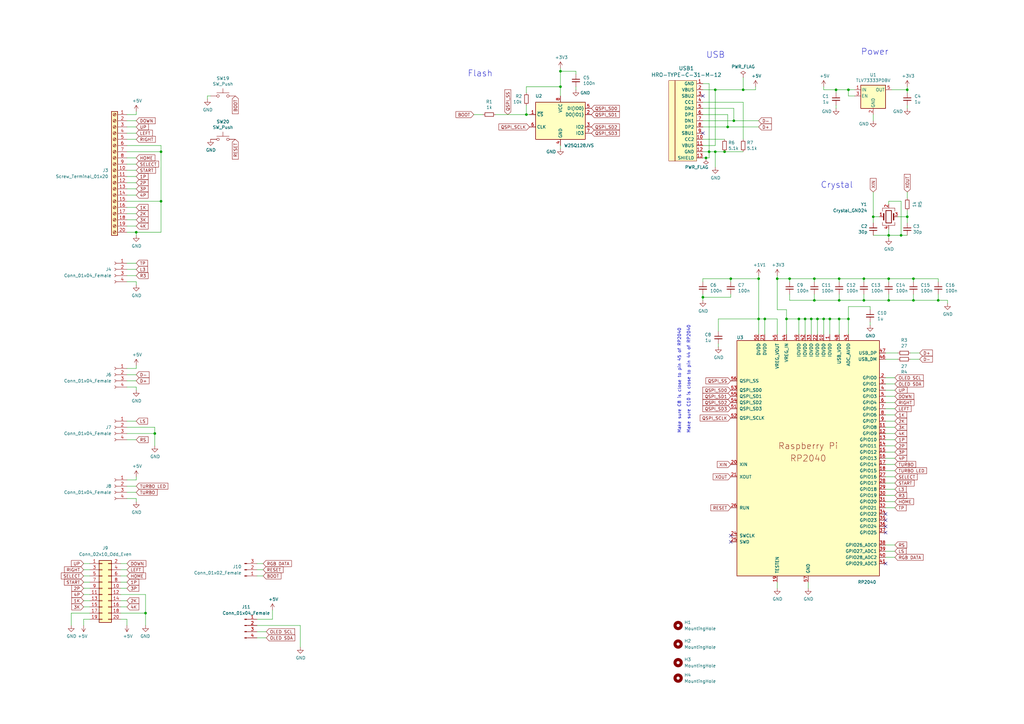
<source format=kicad_sch>
(kicad_sch (version 20211123) (generator eeschema)
  (paper "A3")
  (junction (at 364.49 123.19))
  (junction (at 288.29 121.92))
  (junction (at 293.37 62.23))
  (junction (at 372.11 88.9))
  (junction (at 63.5 177.8))
  (junction (at 304.8 36.83))
  (junction (at 322.58 130.81))
  (junction (at 344.17 130.81))
  (junction (at 298.45 52.07))
  (junction (at 347.98 130.81))
  (junction (at 229.87 35.56))
  (junction (at 55.88 95.25))
  (junction (at 293.37 36.83))
  (junction (at 300.99 49.53))
  (junction (at 327.66 130.81))
  (junction (at 344.17 114.3))
  (junction (at 364.49 114.3))
  (junction (at 66.04 82.55))
  (junction (at 358.14 88.9))
  (junction (at 354.33 114.3))
  (junction (at 313.69 130.81))
  (junction (at 311.15 130.81))
  (junction (at 334.01 114.3))
  (junction (at 318.77 114.3))
  (junction (at 344.17 123.19))
  (junction (at 342.9 36.83))
  (junction (at 372.11 36.83))
  (junction (at 374.65 123.19))
  (junction (at 334.01 123.19))
  (junction (at 59.69 251.46))
  (junction (at 332.74 130.81))
  (junction (at 229.87 29.21))
  (junction (at 374.65 114.3))
  (junction (at 299.72 114.3))
  (junction (at 347.98 36.83))
  (junction (at 335.28 130.81))
  (junction (at 337.82 130.81))
  (junction (at 330.2 130.81))
  (junction (at 384.81 123.19))
  (junction (at 323.85 114.3))
  (junction (at 354.33 123.19))
  (junction (at 215.9 46.99))
  (junction (at 289.56 64.77))
  (junction (at 290.83 62.23))
  (junction (at 369.57 96.52))
  (junction (at 311.15 114.3))
  (junction (at 66.04 62.23))
  (junction (at 364.49 96.52))
  (junction (at 340.36 130.81))
  (junction (at 297.18 62.23))
  (no_connect (at 299.72 222.25))
  (no_connect (at 363.22 213.36))
  (no_connect (at 299.72 219.71))
  (no_connect (at 288.29 54.61))
  (no_connect (at 363.22 231.14))
  (no_connect (at 288.29 39.37))
  (no_connect (at 363.22 218.44))
  (no_connect (at 363.22 210.82))
  (no_connect (at 363.22 215.9))
  (wire (pts (xy 384.81 123.19) (xy 388.62 123.19)))
  (wire (pts (xy 215.9 38.1) (xy 215.9 35.56)))
  (wire (pts (xy 337.82 36.83) (xy 342.9 36.83)))
  (wire (pts (xy 52.07 72.39) (xy 55.88 72.39)))
  (wire (pts (xy 335.28 137.16) (xy 335.28 130.81)))
  (wire (pts (xy 354.33 114.3) (xy 364.49 114.3)))
  (wire (pts (xy 372.11 36.83) (xy 372.11 38.1)))
  (wire (pts (xy 49.53 254) (xy 52.07 254)))
  (wire (pts (xy 52.07 180.34) (xy 55.88 180.34)))
  (wire (pts (xy 203.2 46.99) (xy 215.9 46.99)))
  (wire (pts (xy 363.22 203.2) (xy 367.03 203.2)))
  (wire (pts (xy 347.98 125.73) (xy 356.87 125.73)))
  (wire (pts (xy 52.07 172.72) (xy 55.88 172.72)))
  (wire (pts (xy 311.15 130.81) (xy 311.15 137.16)))
  (wire (pts (xy 354.33 123.19) (xy 364.49 123.19)))
  (wire (pts (xy 49.53 231.14) (xy 52.07 231.14)))
  (wire (pts (xy 52.07 57.15) (xy 55.88 57.15)))
  (wire (pts (xy 34.29 241.3) (xy 36.83 241.3)))
  (wire (pts (xy 298.45 46.99) (xy 298.45 52.07)))
  (wire (pts (xy 364.49 82.55) (xy 369.57 82.55)))
  (wire (pts (xy 107.95 236.22) (xy 105.41 236.22)))
  (wire (pts (xy 304.8 62.23) (xy 297.18 62.23)))
  (wire (pts (xy 52.07 69.85) (xy 55.88 69.85)))
  (wire (pts (xy 52.07 87.63) (xy 55.88 87.63)))
  (wire (pts (xy 34.29 243.84) (xy 36.83 243.84)))
  (wire (pts (xy 52.07 254) (xy 52.07 256.54)))
  (wire (pts (xy 52.07 201.93) (xy 55.88 201.93)))
  (wire (pts (xy 334.01 115.57) (xy 334.01 114.3)))
  (wire (pts (xy 52.07 175.26) (xy 63.5 175.26)))
  (wire (pts (xy 288.29 46.99) (xy 298.45 46.99)))
  (wire (pts (xy 347.98 125.73) (xy 347.98 130.81)))
  (wire (pts (xy 322.58 130.81) (xy 322.58 127)))
  (wire (pts (xy 332.74 130.81) (xy 335.28 130.81)))
  (wire (pts (xy 363.22 205.74) (xy 367.03 205.74)))
  (wire (pts (xy 327.66 137.16) (xy 327.66 130.81)))
  (wire (pts (xy 215.9 35.56) (xy 229.87 35.56)))
  (wire (pts (xy 52.07 64.77) (xy 55.88 64.77)))
  (wire (pts (xy 332.74 137.16) (xy 332.74 130.81)))
  (wire (pts (xy 358.14 96.52) (xy 364.49 96.52)))
  (wire (pts (xy 290.83 64.77) (xy 289.56 64.77)))
  (wire (pts (xy 105.41 256.54) (xy 123.19 256.54)))
  (wire (pts (xy 55.88 115.57) (xy 55.88 116.84)))
  (wire (pts (xy 66.04 95.25) (xy 55.88 95.25)))
  (wire (pts (xy 330.2 130.81) (xy 332.74 130.81)))
  (wire (pts (xy 55.88 196.85) (xy 55.88 195.58)))
  (wire (pts (xy 85.09 39.37) (xy 86.36 39.37)))
  (wire (pts (xy 323.85 120.65) (xy 323.85 123.19)))
  (wire (pts (xy 372.11 43.18) (xy 372.11 44.45)))
  (wire (pts (xy 356.87 132.08) (xy 356.87 133.35)))
  (wire (pts (xy 337.82 36.83) (xy 337.82 35.56)))
  (wire (pts (xy 311.15 52.07) (xy 298.45 52.07)))
  (wire (pts (xy 52.07 46.99) (xy 55.88 46.99)))
  (wire (pts (xy 229.87 35.56) (xy 229.87 29.21)))
  (wire (pts (xy 229.87 29.21) (xy 229.87 27.94)))
  (wire (pts (xy 229.87 29.21) (xy 236.22 29.21)))
  (wire (pts (xy 384.81 120.65) (xy 384.81 123.19)))
  (wire (pts (xy 288.29 49.53) (xy 300.99 49.53)))
  (wire (pts (xy 372.11 81.28) (xy 372.11 78.74)))
  (wire (pts (xy 313.69 130.81) (xy 318.77 130.81)))
  (wire (pts (xy 363.22 200.66) (xy 367.03 200.66)))
  (wire (pts (xy 52.07 199.39) (xy 55.88 199.39)))
  (wire (pts (xy 105.41 231.14) (xy 107.95 231.14)))
  (wire (pts (xy 311.15 114.3) (xy 311.15 130.81)))
  (wire (pts (xy 363.22 195.58) (xy 367.03 195.58)))
  (wire (pts (xy 318.77 114.3) (xy 323.85 114.3)))
  (wire (pts (xy 363.22 190.5) (xy 367.03 190.5)))
  (wire (pts (xy 52.07 82.55) (xy 66.04 82.55)))
  (wire (pts (xy 363.22 170.18) (xy 367.03 170.18)))
  (wire (pts (xy 350.52 36.83) (xy 347.98 36.83)))
  (wire (pts (xy 49.53 243.84) (xy 59.69 243.84)))
  (wire (pts (xy 363.22 180.34) (xy 367.03 180.34)))
  (wire (pts (xy 52.07 74.93) (xy 55.88 74.93)))
  (wire (pts (xy 288.29 114.3) (xy 299.72 114.3)))
  (wire (pts (xy 52.07 156.21) (xy 55.88 156.21)))
  (wire (pts (xy 52.07 80.01) (xy 55.88 80.01)))
  (wire (pts (xy 304.8 41.91) (xy 304.8 57.15)))
  (wire (pts (xy 55.88 151.13) (xy 52.07 151.13)))
  (wire (pts (xy 299.72 121.92) (xy 299.72 120.65)))
  (wire (pts (xy 364.49 96.52) (xy 364.49 97.79)))
  (wire (pts (xy 288.29 115.57) (xy 288.29 114.3)))
  (wire (pts (xy 52.07 59.69) (xy 66.04 59.69)))
  (wire (pts (xy 330.2 137.16) (xy 330.2 130.81)))
  (wire (pts (xy 323.85 115.57) (xy 323.85 114.3)))
  (wire (pts (xy 290.83 62.23) (xy 290.83 64.77)))
  (wire (pts (xy 52.07 196.85) (xy 55.88 196.85)))
  (wire (pts (xy 34.29 248.92) (xy 36.83 248.92)))
  (wire (pts (xy 363.22 165.1) (xy 367.03 165.1)))
  (wire (pts (xy 368.3 88.9) (xy 372.11 88.9)))
  (wire (pts (xy 52.07 49.53) (xy 55.88 49.53)))
  (wire (pts (xy 111.76 254) (xy 105.41 254)))
  (wire (pts (xy 236.22 35.56) (xy 236.22 36.83)))
  (wire (pts (xy 49.53 248.92) (xy 52.07 248.92)))
  (wire (pts (xy 318.77 127) (xy 318.77 114.3)))
  (wire (pts (xy 372.11 35.56) (xy 372.11 36.83)))
  (wire (pts (xy 34.29 238.76) (xy 36.83 238.76)))
  (wire (pts (xy 290.83 62.23) (xy 293.37 62.23)))
  (wire (pts (xy 49.53 236.22) (xy 52.07 236.22)))
  (wire (pts (xy 363.22 177.8) (xy 367.03 177.8)))
  (wire (pts (xy 288.29 44.45) (xy 300.99 44.45)))
  (wire (pts (xy 52.07 92.71) (xy 55.88 92.71)))
  (wire (pts (xy 363.22 172.72) (xy 367.03 172.72)))
  (wire (pts (xy 288.29 62.23) (xy 290.83 62.23)))
  (wire (pts (xy 105.41 261.62) (xy 109.22 261.62)))
  (wire (pts (xy 344.17 120.65) (xy 344.17 123.19)))
  (wire (pts (xy 363.22 193.04) (xy 367.03 193.04)))
  (wire (pts (xy 363.22 185.42) (xy 367.03 185.42)))
  (wire (pts (xy 374.65 115.57) (xy 374.65 114.3)))
  (wire (pts (xy 358.14 78.74) (xy 358.14 88.9)))
  (wire (pts (xy 66.04 59.69) (xy 66.04 62.23)))
  (wire (pts (xy 344.17 123.19) (xy 354.33 123.19)))
  (wire (pts (xy 342.9 36.83) (xy 347.98 36.83)))
  (wire (pts (xy 34.29 233.68) (xy 36.83 233.68)))
  (wire (pts (xy 363.22 157.48) (xy 367.03 157.48)))
  (wire (pts (xy 369.57 82.55) (xy 369.57 96.52)))
  (wire (pts (xy 52.07 177.8) (xy 63.5 177.8)))
  (wire (pts (xy 107.95 233.68) (xy 105.41 233.68)))
  (wire (pts (xy 294.64 135.89) (xy 294.64 130.81)))
  (wire (pts (xy 293.37 36.83) (xy 304.8 36.83)))
  (wire (pts (xy 373.38 147.32) (xy 377.19 147.32)))
  (wire (pts (xy 363.22 223.52) (xy 367.03 223.52)))
  (wire (pts (xy 52.07 52.07) (xy 55.88 52.07)))
  (wire (pts (xy 340.36 137.16) (xy 340.36 130.81)))
  (wire (pts (xy 356.87 127) (xy 356.87 125.73)))
  (wire (pts (xy 288.29 36.83) (xy 293.37 36.83)))
  (wire (pts (xy 364.49 114.3) (xy 374.65 114.3)))
  (wire (pts (xy 327.66 130.81) (xy 330.2 130.81)))
  (wire (pts (xy 52.07 85.09) (xy 55.88 85.09)))
  (wire (pts (xy 288.29 121.92) (xy 288.29 123.19)))
  (wire (pts (xy 322.58 137.16) (xy 322.58 130.81)))
  (wire (pts (xy 337.82 137.16) (xy 337.82 130.81)))
  (wire (pts (xy 363.22 198.12) (xy 367.03 198.12)))
  (wire (pts (xy 85.09 39.37) (xy 85.09 40.64)))
  (wire (pts (xy 363.22 208.28) (xy 367.03 208.28)))
  (wire (pts (xy 363.22 175.26) (xy 367.03 175.26)))
  (wire (pts (xy 309.88 36.83) (xy 309.88 35.56)))
  (wire (pts (xy 288.29 34.29) (xy 290.83 34.29)))
  (wire (pts (xy 344.17 114.3) (xy 354.33 114.3)))
  (wire (pts (xy 49.53 251.46) (xy 59.69 251.46)))
  (wire (pts (xy 358.14 88.9) (xy 358.14 91.44)))
  (wire (pts (xy 363.22 167.64) (xy 367.03 167.64)))
  (wire (pts (xy 354.33 120.65) (xy 354.33 123.19)))
  (wire (pts (xy 63.5 177.8) (xy 63.5 182.88)))
  (wire (pts (xy 55.88 95.25) (xy 55.88 96.52)))
  (wire (pts (xy 364.49 123.19) (xy 374.65 123.19)))
  (wire (pts (xy 331.47 238.76) (xy 331.47 241.3)))
  (wire (pts (xy 364.49 115.57) (xy 364.49 114.3)))
  (wire (pts (xy 29.21 256.54) (xy 29.21 251.46)))
  (wire (pts (xy 290.83 34.29) (xy 290.83 62.23)))
  (wire (pts (xy 55.88 158.75) (xy 55.88 160.02)))
  (wire (pts (xy 288.29 121.92) (xy 299.72 121.92)))
  (wire (pts (xy 52.07 110.49) (xy 55.88 110.49)))
  (wire (pts (xy 363.22 228.6) (xy 367.03 228.6)))
  (wire (pts (xy 311.15 130.81) (xy 313.69 130.81)))
  (wire (pts (xy 318.77 130.81) (xy 318.77 137.16)))
  (wire (pts (xy 372.11 96.52) (xy 369.57 96.52)))
  (wire (pts (xy 34.29 236.22) (xy 36.83 236.22)))
  (wire (pts (xy 55.88 204.47) (xy 55.88 205.74)))
  (wire (pts (xy 364.49 83.82) (xy 364.49 82.55)))
  (wire (pts (xy 49.53 238.76) (xy 52.07 238.76)))
  (wire (pts (xy 342.9 43.18) (xy 342.9 44.45)))
  (wire (pts (xy 289.56 64.77) (xy 288.29 64.77)))
  (wire (pts (xy 59.69 243.84) (xy 59.69 251.46)))
  (wire (pts (xy 52.07 107.95) (xy 55.88 107.95)))
  (wire (pts (xy 29.21 251.46) (xy 36.83 251.46)))
  (wire (pts (xy 299.72 114.3) (xy 311.15 114.3)))
  (wire (pts (xy 59.69 256.54) (xy 59.69 251.46)))
  (wire (pts (xy 337.82 130.81) (xy 340.36 130.81)))
  (wire (pts (xy 335.28 130.81) (xy 337.82 130.81)))
  (wire (pts (xy 236.22 29.21) (xy 236.22 30.48)))
  (wire (pts (xy 52.07 90.17) (xy 55.88 90.17)))
  (wire (pts (xy 66.04 62.23) (xy 66.04 82.55)))
  (wire (pts (xy 288.29 120.65) (xy 288.29 121.92)))
  (wire (pts (xy 294.64 130.81) (xy 311.15 130.81)))
  (wire (pts (xy 293.37 36.83) (xy 293.37 59.69)))
  (wire (pts (xy 313.69 130.81) (xy 313.69 137.16)))
  (wire (pts (xy 52.07 204.47) (xy 55.88 204.47)))
  (wire (pts (xy 363.22 154.94) (xy 367.03 154.94)))
  (wire (pts (xy 363.22 187.96) (xy 367.03 187.96)))
  (wire (pts (xy 334.01 120.65) (xy 334.01 123.19)))
  (wire (pts (xy 304.8 36.83) (xy 309.88 36.83)))
  (wire (pts (xy 304.8 31.75) (xy 304.8 36.83)))
  (wire (pts (xy 52.07 62.23) (xy 66.04 62.23)))
  (wire (pts (xy 66.04 82.55) (xy 66.04 95.25)))
  (wire (pts (xy 342.9 38.1) (xy 342.9 36.83)))
  (wire (pts (xy 364.49 120.65) (xy 364.49 123.19)))
  (wire (pts (xy 369.57 96.52) (xy 364.49 96.52)))
  (wire (pts (xy 347.98 39.37) (xy 347.98 36.83)))
  (wire (pts (xy 300.99 44.45) (xy 300.99 49.53)))
  (wire (pts (xy 374.65 114.3) (xy 384.81 114.3)))
  (wire (pts (xy 358.14 46.99) (xy 358.14 49.53)))
  (wire (pts (xy 55.88 46.99) (xy 55.88 45.72)))
  (wire (pts (xy 344.17 130.81) (xy 347.98 130.81)))
  (wire (pts (xy 123.19 256.54) (xy 123.19 265.43)))
  (wire (pts (xy 49.53 233.68) (xy 52.07 233.68)))
  (wire (pts (xy 388.62 123.19) (xy 388.62 124.46)))
  (wire (pts (xy 229.87 35.56) (xy 229.87 39.37)))
  (wire (pts (xy 288.29 52.07) (xy 298.45 52.07)))
  (wire (pts (xy 105.41 259.08) (xy 109.22 259.08)))
  (wire (pts (xy 111.76 250.19) (xy 111.76 254)))
  (wire (pts (xy 363.22 162.56) (xy 367.03 162.56)))
  (wire (pts (xy 311.15 113.03) (xy 311.15 114.3)))
  (wire (pts (xy 34.29 254) (xy 34.29 256.54)))
  (wire (pts (xy 363.22 160.02) (xy 367.03 160.02)))
  (wire (pts (xy 288.29 41.91) (xy 304.8 41.91)))
  (wire (pts (xy 215.9 46.99) (xy 217.17 46.99)))
  (wire (pts (xy 311.15 49.53) (xy 300.99 49.53)))
  (wire (pts (xy 334.01 123.19) (xy 344.17 123.19)))
  (wire (pts (xy 363.22 147.32) (xy 368.3 147.32)))
  (wire (pts (xy 49.53 246.38) (xy 52.07 246.38)))
  (wire (pts (xy 294.64 140.97) (xy 294.64 142.24)))
  (wire (pts (xy 334.01 114.3) (xy 344.17 114.3)))
  (wire (pts (xy 194.31 46.99) (xy 198.12 46.99)))
  (wire (pts (xy 299.72 115.57) (xy 299.72 114.3)))
  (wire (pts (xy 363.22 182.88) (xy 367.03 182.88)))
  (wire (pts (xy 293.37 59.69) (xy 288.29 59.69)))
  (wire (pts (xy 293.37 68.58) (xy 293.37 62.23)))
  (wire (pts (xy 34.29 246.38) (xy 36.83 246.38)))
  (wire (pts (xy 323.85 114.3) (xy 334.01 114.3)))
  (wire (pts (xy 34.29 231.14) (xy 36.83 231.14)))
  (wire (pts (xy 36.83 254) (xy 34.29 254)))
  (wire (pts (xy 354.33 115.57) (xy 354.33 114.3)))
  (wire (pts (xy 318.77 113.03) (xy 318.77 114.3)))
  (wire (pts (xy 52.07 95.25) (xy 55.88 95.25)))
  (wire (pts (xy 322.58 127) (xy 318.77 127)))
  (wire (pts (xy 384.81 115.57) (xy 384.81 114.3)))
  (wire (pts (xy 344.17 137.16) (xy 344.17 130.81)))
  (wire (pts (xy 372.11 88.9) (xy 372.11 86.36)))
  (wire (pts (xy 49.53 241.3) (xy 52.07 241.3)))
  (wire (pts (xy 52.07 77.47) (xy 55.88 77.47)))
  (wire (pts (xy 374.65 120.65) (xy 374.65 123.19)))
  (wire (pts (xy 360.68 88.9) (xy 358.14 88.9)))
  (wire (pts (xy 363.22 226.06) (xy 367.03 226.06)))
  (wire (pts (xy 340.36 130.81) (xy 344.17 130.81)))
  (wire (pts (xy 215.9 43.18) (xy 215.9 46.99)))
  (wire (pts (xy 344.17 115.57) (xy 344.17 114.3)))
  (wire (pts (xy 52.07 158.75) (xy 55.88 158.75)))
  (wire (pts (xy 52.07 113.03) (xy 55.88 113.03)))
  (wire (pts (xy 374.65 123.19) (xy 384.81 123.19)))
  (wire (pts (xy 293.37 62.23) (xy 297.18 62.23)))
  (wire (pts (xy 372.11 88.9) (xy 372.11 91.44)))
  (wire (pts (xy 63.5 175.26) (xy 63.5 177.8)))
  (wire (pts (xy 350.52 39.37) (xy 347.98 39.37)))
  (wire (pts (xy 318.77 238.76) (xy 318.77 241.3)))
  (wire (pts (xy 52.07 67.31) (xy 55.88 67.31)))
  (wire (pts (xy 334.01 123.19) (xy 323.85 123.19)))
  (wire (pts (xy 373.38 144.78) (xy 377.19 144.78)))
  (wire (pts (xy 52.07 115.57) (xy 55.88 115.57)))
  (wire (pts (xy 229.87 59.69) (xy 229.87 60.96)))
  (wire (pts (xy 365.76 36.83) (xy 372.11 36.83)))
  (wire (pts (xy 364.49 93.98) (xy 364.49 96.52)))
  (wire (pts (xy 52.07 153.67) (xy 55.88 153.67)))
  (wire (pts (xy 347.98 130.81) (xy 347.98 137.16)))
  (wire (pts (xy 322.58 130.81) (xy 327.66 130.81)))
  (wire (pts (xy 52.07 54.61) (xy 55.88 54.61)))
  (wire (pts (xy 363.22 144.78) (xy 368.3 144.78)))
  (wire (pts (xy 288.29 57.15) (xy 297.18 57.15)))
  (wire (pts (xy 55.88 149.86) (xy 55.88 151.13)))
  (text "Make sure C8 is close to pin 45 of RP2040" (at 279.4 177.8 90) (effects (font (size 1.27 1.27)) (justify left bottom)))
  (text "Make sure C10 is close to pin 44 of RP2040" (at 283.21 177.8 90) (effects (font (size 1.27 1.27)) (justify left bottom)))
  (text "Power" (at 353.06 22.86 0) (effects (font (size 2.54 2.54)) (justify left bottom)))
  (text "USB" (at 289.56 24.13 0) (effects (font (size 2.54 2.54)) (justify left bottom)))
  (text "Flash" (at 191.77 31.75 0) (effects (font (size 2.54 2.54)) (justify left bottom)))
  (text "Crystal" (at 336.55 77.47 0) (effects (font (size 2.54 2.54)) (justify left bottom)))
  (global_label "XIN" (shape input) (at 299.72 190.5 180) (property "Intersheet References" "${INTERSHEET_REFS}" (effects hide)))
  (global_label "1K" (shape input) (at 34.29 246.38 180) (property "Intersheet References" "${INTERSHEET_REFS}" (effects hide)))
  (global_label "4K" (shape input) (at 367.03 177.8 0) (property "Intersheet References" "${INTERSHEET_REFS}" (effects hide)))
  (global_label "L3" (shape input) (at 367.03 200.66 0) (property "Intersheet References" "${INTERSHEET_REFS}" (effects hide)))
  (global_label "RGB DATA" (shape input) (at 367.03 228.6 0) (property "Intersheet References" "${INTERSHEET_REFS}" (effects hide)))
  (global_label "XIN" (shape input) (at 358.14 78.74 90) (property "Intersheet References" "${INTERSHEET_REFS}" (effects hide)))
  (global_label "START" (shape input) (at 55.88 69.85 0) (property "Intersheet References" "${INTERSHEET_REFS}" (effects hide)))
  (global_label "R3" (shape input) (at 55.88 113.03 0) (property "Intersheet References" "${INTERSHEET_REFS}" (effects hide)))
  (global_label "LS" (shape input) (at 367.03 226.06 0) (property "Intersheet References" "${INTERSHEET_REFS}" (effects hide)))
  (global_label "D-" (shape input) (at 311.15 49.53 0) (property "Intersheet References" "${INTERSHEET_REFS}" (effects hide)))
  (global_label "START" (shape input) (at 367.03 198.12 0) (property "Intersheet References" "${INTERSHEET_REFS}" (effects hide)))
  (global_label "RIGHT" (shape input) (at 367.03 165.1 0) (property "Intersheet References" "${INTERSHEET_REFS}" (effects hide)))
  (global_label "RESET" (shape input) (at 96.52 57.15 270) (property "Intersheet References" "${INTERSHEET_REFS}" (effects hide)))
  (global_label "HOME" (shape input) (at 367.03 205.74 0) (property "Intersheet References" "${INTERSHEET_REFS}" (effects hide)))
  (global_label "DOWN" (shape input) (at 367.03 162.56 0) (property "Intersheet References" "${INTERSHEET_REFS}" (effects hide)))
  (global_label "L3" (shape input) (at 55.88 110.49 0) (property "Intersheet References" "${INTERSHEET_REFS}" (effects hide)))
  (global_label "2K" (shape input) (at 52.07 246.38 0) (property "Intersheet References" "${INTERSHEET_REFS}" (effects hide)))
  (global_label "TURBO LED" (shape input) (at 55.88 199.39 0) (property "Intersheet References" "${INTERSHEET_REFS}" (effects hide)))
  (global_label "OLED SCL" (shape input) (at 367.03 154.94 0) (property "Intersheet References" "${INTERSHEET_REFS}" (effects hide)))
  (global_label "3K" (shape input) (at 367.03 175.26 0) (property "Intersheet References" "${INTERSHEET_REFS}" (effects hide)))
  (global_label "4K" (shape input) (at 55.88 92.71 0) (property "Intersheet References" "${INTERSHEET_REFS}" (effects hide)))
  (global_label "XOUT" (shape input) (at 299.72 195.58 180) (property "Intersheet References" "${INTERSHEET_REFS}" (effects hide)))
  (global_label "BOOT" (shape input) (at 107.95 236.22 0) (property "Intersheet References" "${INTERSHEET_REFS}" (effects hide)))
  (global_label "RESET" (shape input) (at 299.72 208.28 180) (property "Intersheet References" "${INTERSHEET_REFS}" (effects hide)))
  (global_label "2K" (shape input) (at 55.88 87.63 0) (property "Intersheet References" "${INTERSHEET_REFS}" (effects hide)))
  (global_label "2P" (shape input) (at 367.03 182.88 0) (property "Intersheet References" "${INTERSHEET_REFS}" (effects hide)))
  (global_label "D+" (shape input) (at 377.19 144.78 0) (property "Intersheet References" "${INTERSHEET_REFS}" (effects hide)))
  (global_label "UP" (shape input) (at 367.03 160.02 0) (property "Intersheet References" "${INTERSHEET_REFS}" (effects hide)))
  (global_label "3K" (shape input) (at 34.29 248.92 180) (property "Intersheet References" "${INTERSHEET_REFS}" (effects hide)))
  (global_label "1P" (shape input) (at 52.07 238.76 0) (property "Intersheet References" "${INTERSHEET_REFS}" (effects hide)))
  (global_label "SELECT" (shape input) (at 34.29 236.22 180) (property "Intersheet References" "${INTERSHEET_REFS}" (effects hide)))
  (global_label "3P" (shape input) (at 55.88 77.47 0) (property "Intersheet References" "${INTERSHEET_REFS}" (effects hide)))
  (global_label "UP" (shape input) (at 34.29 231.14 180) (property "Intersheet References" "${INTERSHEET_REFS}" (effects hide)))
  (global_label "D+" (shape input) (at 311.15 52.07 0) (property "Intersheet References" "${INTERSHEET_REFS}" (effects hide)))
  (global_label "4K" (shape input) (at 52.07 248.92 0) (property "Intersheet References" "${INTERSHEET_REFS}" (effects hide)))
  (global_label "OLED SDA" (shape input) (at 367.03 157.48 0) (property "Intersheet References" "${INTERSHEET_REFS}" (effects hide)))
  (global_label "D+" (shape input) (at 55.88 156.21 0) (property "Intersheet References" "${INTERSHEET_REFS}" (effects hide)))
  (global_label "HOME" (shape input) (at 52.07 236.22 0) (property "Intersheet References" "${INTERSHEET_REFS}" (effects hide)))
  (global_label "2P" (shape input) (at 34.29 241.3 180) (property "Intersheet References" "${INTERSHEET_REFS}" (effects hide)))
  (global_label "1K" (shape input) (at 55.88 85.09 0) (property "Intersheet References" "${INTERSHEET_REFS}" (effects hide)))
  (global_label "QSPI_SD3" (shape input) (at 299.72 167.64 180) (property "Intersheet References" "${INTERSHEET_REFS}" (effects hide)))
  (global_label "XOUT" (shape input) (at 372.11 78.74 90) (property "Intersheet References" "${INTERSHEET_REFS}" (effects hide)))
  (global_label "DOWN" (shape input) (at 55.88 49.53 0) (property "Intersheet References" "${INTERSHEET_REFS}" (effects hide)))
  (global_label "SELECT" (shape input) (at 367.03 195.58 0) (property "Intersheet References" "${INTERSHEET_REFS}" (effects hide)))
  (global_label "UP" (shape input) (at 55.88 52.07 0) (property "Intersheet References" "${INTERSHEET_REFS}" (effects hide)))
  (global_label "TP" (shape input) (at 55.88 107.95 0) (property "Intersheet References" "${INTERSHEET_REFS}" (effects hide)))
  (global_label "TP" (shape input) (at 367.03 208.28 0) (property "Intersheet References" "${INTERSHEET_REFS}" (effects hide)))
  (global_label "HOME" (shape input) (at 55.88 64.77 0) (property "Intersheet References" "${INTERSHEET_REFS}" (effects hide)))
  (global_label "QSPI_SD0" (shape input) (at 242.57 44.45 0) (property "Intersheet References" "${INTERSHEET_REFS}" (effects hide)))
  (global_label "LS" (shape input) (at 55.88 172.72 0) (property "Intersheet References" "${INTERSHEET_REFS}" (effects hide)))
  (global_label "4P" (shape input) (at 34.29 243.84 180) (property "Intersheet References" "${INTERSHEET_REFS}" (effects hide)))
  (global_label "RS" (shape input) (at 367.03 223.52 0) (property "Intersheet References" "${INTERSHEET_REFS}" (effects hide)))
  (global_label "QSPI_SS" (shape input) (at 299.72 156.21 180) (property "Intersheet References" "${INTERSHEET_REFS}" (effects hide)))
  (global_label "OLED SCL" (shape input) (at 109.22 259.08 0) (property "Intersheet References" "${INTERSHEET_REFS}" (effects hide)))
  (global_label "DOWN" (shape input) (at 52.07 231.14 0) (property "Intersheet References" "${INTERSHEET_REFS}" (effects hide)))
  (global_label "START" (shape input) (at 34.29 238.76 180) (property "Intersheet References" "${INTERSHEET_REFS}" (effects hide)))
  (global_label "RGB DATA" (shape input) (at 107.95 231.14 0) (property "Intersheet References" "${INTERSHEET_REFS}" (effects hide)))
  (global_label "QSPI_SS" (shape input) (at 208.28 46.99 90) (property "Intersheet References" "${INTERSHEET_REFS}" (effects hide)))
  (global_label "1P" (shape input) (at 367.03 180.34 0) (property "Intersheet References" "${INTERSHEET_REFS}" (effects hide)))
  (global_label "2K" (shape input) (at 367.03 172.72 0) (property "Intersheet References" "${INTERSHEET_REFS}" (effects hide)))
  (global_label "3P" (shape input) (at 52.07 241.3 0) (property "Intersheet References" "${INTERSHEET_REFS}" (effects hide)))
  (global_label "RESET" (shape input) (at 107.95 233.68 0) (property "Intersheet References" "${INTERSHEET_REFS}" (effects hide)))
  (global_label "3K" (shape input) (at 55.88 90.17 0) (property "Intersheet References" "${INTERSHEET_REFS}" (effects hide)))
  (global_label "OLED SDA" (shape input) (at 109.22 261.62 0) (property "Intersheet References" "${INTERSHEET_REFS}" (effects hide)))
  (global_label "D-" (shape input) (at 55.88 153.67 0) (property "Intersheet References" "${INTERSHEET_REFS}" (effects hide)))
  (global_label "4P" (shape input) (at 367.03 187.96 0) (property "Intersheet References" "${INTERSHEET_REFS}" (effects hide)))
  (global_label "1P" (shape input) (at 55.88 72.39 0) (property "Intersheet References" "${INTERSHEET_REFS}" (effects hide)))
  (global_label "QSPI_SD2" (shape input) (at 299.72 165.1 180) (property "Intersheet References" "${INTERSHEET_REFS}" (effects hide)))
  (global_label "TURBO" (shape input) (at 367.03 190.5 0) (property "Intersheet References" "${INTERSHEET_REFS}" (effects hide)))
  (global_label "BOOT" (shape input) (at 194.31 46.99 180) (property "Intersheet References" "${INTERSHEET_REFS}" (effects hide)))
  (global_label "RIGHT" (shape input) (at 55.88 57.15 0) (property "Intersheet References" "${INTERSHEET_REFS}" (effects hide)))
  (global_label "4P" (shape input) (at 55.88 80.01 0) (property "Intersheet References" "${INTERSHEET_REFS}" (effects hide)))
  (global_label "RS" (shape input) (at 55.88 180.34 0) (property "Intersheet References" "${INTERSHEET_REFS}" (effects hide)))
  (global_label "1K" (shape input) (at 367.03 170.18 0) (property "Intersheet References" "${INTERSHEET_REFS}" (effects hide)))
  (global_label "QSPI_SCLK" (shape input) (at 217.17 52.07 180) (property "Intersheet References" "${INTERSHEET_REFS}" (effects hide)))
  (global_label "LEFT" (shape input) (at 52.07 233.68 0) (property "Intersheet References" "${INTERSHEET_REFS}" (effects hide)))
  (global_label "2P" (shape input) (at 55.88 74.93 0) (property "Intersheet References" "${INTERSHEET_REFS}" (effects hide)))
  (global_label "R3" (shape input) (at 367.03 203.2 0) (property "Intersheet References" "${INTERSHEET_REFS}" (effects hide)))
  (global_label "QSPI_SCLK" (shape input) (at 299.72 171.45 180) (property "Intersheet References" "${INTERSHEET_REFS}" (effects hide)))
  (global_label "QSPI_SD1" (shape input) (at 242.57 46.99 0) (property "Intersheet References" "${INTERSHEET_REFS}" (effects hide)))
  (global_label "RIGHT" (shape input) (at 34.29 233.68 180) (property "Intersheet References" "${INTERSHEET_REFS}" (effects hide)))
  (global_label "QSPI_SD3" (shape input) (at 242.57 54.61 0) (property "Intersheet References" "${INTERSHEET_REFS}" (effects hide)))
  (global_label "BOOT" (shape input) (at 96.52 39.37 270) (property "Intersheet References" "${INTERSHEET_REFS}" (effects hide)))
  (global_label "QSPI_SD0" (shape input) (at 299.72 160.02 180) (property "Intersheet References" "${INTERSHEET_REFS}" (effects hide)))
  (global_label "D-" (shape input) (at 377.19 147.32 0) (property "Intersheet References" "${INTERSHEET_REFS}" (effects hide)))
  (global_label "QSPI_SD1" (shape input) (at 299.72 162.56 180) (property "Intersheet References" "${INTERSHEET_REFS}" (effects hide)))
  (global_label "3P" (shape input) (at 367.03 185.42 0) (property "Intersheet References" "${INTERSHEET_REFS}" (effects hide)))
  (global_label "SELECT" (shape input) (at 55.88 67.31 0) (property "Intersheet References" "${INTERSHEET_REFS}" (effects hide)))
  (global_label "QSPI_SD2" (shape input) (at 242.57 52.07 0) (property "Intersheet References" "${INTERSHEET_REFS}" (effects hide)))
  (global_label "TURBO" (shape input) (at 55.88 201.93 0) (property "Intersheet References" "${INTERSHEET_REFS}" (effects hide)))
  (global_label "TURBO LED" (shape input) (at 367.03 193.04 0) (property "Intersheet References" "${INTERSHEET_REFS}" (effects hide)))
  (global_label "LEFT" (shape input) (at 55.88 54.61 0) (property "Intersheet References" "${INTERSHEET_REFS}" (effects hide)))
  (global_label "LEFT" (shape input) (at 367.03 167.64 0) (property "Intersheet References" "${INTERSHEET_REFS}" (effects hide)))
  (symbol (lib_id "RP2040:RP2040") (at 331.47 187.96 0) (unit 1)
    (property "Reference" "U3" (at 303.53 138.43 0))
    (property "Value" "RP2040" (at 355.6 238.76 0))
    (property "Footprint" "RP2040:RP2040-QFN-56" (effects hide))
    (property "LCSC" "C2040" (effects hide))
  )
  (symbol (lib_id "Memory_Flash:W25Q128JVS") (at 229.87 49.53 0) (unit 1)
    (property "Reference" "U2" (at 220.98 39.37 0))
    (property "Value" "W25Q128JVS" (at 237.49 59.69 0))
    (property "Footprint" "Package_SO:SOIC-8_5.23x5.23mm_P1.27mm" (effects hide))
    (property "Datasheet" "http://www.winbond.com/resource-files/w25q128jv_dtr%20revc%2003272018%20plus.pdf" (effects hide))
    (property "LCSC" "C97521" (effects hide))
  )
  (symbol (lib_id "power:+3V3") (at 229.87 27.94 0) (unit 1)
    (property "Reference" "#PWR0113" (effects hide))
    (property "Value" "+3V3" (at 230.251 23.5458 0))
  )
  (symbol (lib_id "power:GND") (at 229.87 60.96 0) (unit 1)
    (property "Reference" "#PWR0112" (effects hide))
    (property "Value" "GND" (at 226.06 62.23 0))
  )
  (symbol (lib_id "Device:R_Small") (at 215.9 40.64 0) (mirror y) (unit 1)
    (property "Reference" "R2" (at 214.122 39.4716 0) (effects (justify left)))
    (property "Value" "10k" (at 214.122 41.783 0) (effects (justify left)))
    (property "Footprint" "Resistor_SMD:R_0402_1005Metric" (effects hide))
    (property "LCSC" "C25744" (effects hide))
  )
  (symbol (lib_id "Device:R_Small") (at 200.66 46.99 270) (unit 1)
    (property "Reference" "R1" (at 200.66 41.7322 90))
    (property "Value" "1k" (at 200.66 44.0436 90))
    (property "Footprint" "Resistor_SMD:R_0402_1005Metric" (effects hide))
    (property "LCSC" "C11702" (effects hide))
  )
  (symbol (lib_id "Device:C_Small") (at 236.22 33.02 0) (unit 1)
    (property "Reference" "C5" (at 239.141 31.8516 0) (effects (justify left)))
    (property "Value" "100n" (at 239.141 34.163 0) (effects (justify left)))
    (property "Footprint" "Capacitor_SMD:C_0402_1005Metric" (effects hide))
    (property "LCSC" "C1525" (effects hide))
  )
  (symbol (lib_id "power:GND") (at 236.22 36.83 0) (unit 1)
    (property "Reference" "#PWR0111" (effects hide))
    (property "Value" "GND" (at 240.03 38.1 0))
  )
  (symbol (lib_id "power:GND") (at 331.47 241.3 0) (unit 1)
    (property "Reference" "#PWR0102" (effects hide))
    (property "Value" "GND" (at 331.597 245.6942 0))
  )
  (symbol (lib_id "power:GND") (at 318.77 241.3 0) (unit 1)
    (property "Reference" "#PWR0103" (effects hide))
    (property "Value" "GND" (at 318.897 245.6942 0))
  )
  (symbol (lib_id "Device:R_Small") (at 370.84 144.78 270) (unit 1)
    (property "Reference" "R3" (at 370.84 139.5222 90))
    (property "Value" "27" (at 370.84 141.8336 90))
    (property "Footprint" "Resistor_SMD:R_0402_1005Metric" (effects hide))
    (property "LCSC" "C138021" (effects hide))
  )
  (symbol (lib_id "Device:R_Small") (at 370.84 147.32 270) (mirror x) (unit 1)
    (property "Reference" "R4" (at 370.84 152.5778 90))
    (property "Value" "27" (at 370.84 150.2664 90))
    (property "Footprint" "Resistor_SMD:R_0402_1005Metric" (effects hide))
    (property "LCSC" "C138021" (effects hide))
  )
  (symbol (lib_id "power:+3V3") (at 318.77 113.03 0) (unit 1)
    (property "Reference" "#PWR0105" (effects hide))
    (property "Value" "+3V3" (at 319.151 108.6358 0))
  )
  (symbol (lib_id "power:+1V1") (at 311.15 113.03 0) (unit 1)
    (property "Reference" "#PWR0106" (effects hide))
    (property "Value" "+1V1" (at 311.531 108.6358 0))
  )
  (symbol (lib_id "Device:C_Small") (at 323.85 118.11 0) (unit 1)
    (property "Reference" "C9" (at 326.771 116.9416 0) (effects (justify left)))
    (property "Value" "100n" (at 326.771 119.253 0) (effects (justify left)))
    (property "Footprint" "Capacitor_SMD:C_0402_1005Metric" (effects hide))
    (property "LCSC" "C1525" (effects hide))
  )
  (symbol (lib_id "Device:C_Small") (at 334.01 118.11 0) (unit 1)
    (property "Reference" "C11" (at 336.931 116.9416 0) (effects (justify left)))
    (property "Value" "100n" (at 336.931 119.253 0) (effects (justify left)))
    (property "Footprint" "Capacitor_SMD:C_0402_1005Metric" (effects hide))
    (property "LCSC" "C1525" (effects hide))
  )
  (symbol (lib_id "Device:C_Small") (at 344.17 118.11 0) (unit 1)
    (property "Reference" "C12" (at 347.091 116.9416 0) (effects (justify left)))
    (property "Value" "100n" (at 347.091 119.253 0) (effects (justify left)))
    (property "Footprint" "Capacitor_SMD:C_0402_1005Metric" (effects hide))
    (property "LCSC" "C1525" (effects hide))
  )
  (symbol (lib_id "Device:C_Small") (at 354.33 118.11 0) (unit 1)
    (property "Reference" "C13" (at 357.251 116.9416 0) (effects (justify left)))
    (property "Value" "100n" (at 357.251 119.253 0) (effects (justify left)))
    (property "Footprint" "Capacitor_SMD:C_0402_1005Metric" (effects hide))
    (property "LCSC" "C1525" (effects hide))
  )
  (symbol (lib_id "Device:C_Small") (at 364.49 118.11 0) (unit 1)
    (property "Reference" "C14" (at 367.411 116.9416 0) (effects (justify left)))
    (property "Value" "100n" (at 367.411 119.253 0) (effects (justify left)))
    (property "Footprint" "Capacitor_SMD:C_0402_1005Metric" (effects hide))
    (property "LCSC" "C1525" (effects hide))
  )
  (symbol (lib_id "Device:C_Small") (at 374.65 118.11 0) (unit 1)
    (property "Reference" "C15" (at 377.571 116.9416 0) (effects (justify left)))
    (property "Value" "100n" (at 377.571 119.253 0) (effects (justify left)))
    (property "Footprint" "Capacitor_SMD:C_0402_1005Metric" (effects hide))
    (property "LCSC" "C1525" (effects hide))
  )
  (symbol (lib_id "Device:C_Small") (at 384.81 118.11 0) (unit 1)
    (property "Reference" "C16" (at 387.731 116.9416 0) (effects (justify left)))
    (property "Value" "100n" (at 387.731 119.253 0) (effects (justify left)))
    (property "Footprint" "Capacitor_SMD:C_0402_1005Metric" (effects hide))
    (property "LCSC" "C1525" (effects hide))
  )
  (symbol (lib_id "Device:C_Small") (at 288.29 118.11 0) (unit 1)
    (property "Reference" "C6" (at 291.211 116.9416 0) (effects (justify left)))
    (property "Value" "100n" (at 291.211 119.253 0) (effects (justify left)))
    (property "Footprint" "Capacitor_SMD:C_0402_1005Metric" (effects hide))
    (property "LCSC" "C1525" (effects hide))
  )
  (symbol (lib_id "Device:C_Small") (at 299.72 118.11 0) (unit 1)
    (property "Reference" "C7" (at 302.641 116.9416 0) (effects (justify left)))
    (property "Value" "100n" (at 302.641 119.253 0) (effects (justify left)))
    (property "Footprint" "Capacitor_SMD:C_0402_1005Metric" (effects hide))
    (property "LCSC" "C1525" (effects hide))
  )
  (symbol (lib_id "Device:C_Small") (at 294.64 138.43 0) (mirror y) (unit 1)
    (property "Reference" "C8" (at 291.719 137.2616 0) (effects (justify left)))
    (property "Value" "1u" (at 291.719 139.573 0) (effects (justify left)))
    (property "Footprint" "Capacitor_SMD:C_0402_1005Metric" (effects hide))
    (property "LCSC" "C52923" (effects hide))
  )
  (symbol (lib_id "Device:C_Small") (at 356.87 129.54 0) (unit 1)
    (property "Reference" "C10" (at 359.791 128.3716 0) (effects (justify left)))
    (property "Value" "1u" (at 359.791 130.683 0) (effects (justify left)))
    (property "Footprint" "Capacitor_SMD:C_0402_1005Metric" (effects hide))
    (property "LCSC" "C52923" (effects hide))
  )
  (symbol (lib_id "power:GND") (at 388.62 124.46 0) (unit 1)
    (property "Reference" "#PWR0107" (effects hide))
    (property "Value" "GND" (at 388.747 128.8542 0))
  )
  (symbol (lib_id "power:GND") (at 288.29 123.19 0) (unit 1)
    (property "Reference" "#PWR0108" (effects hide))
    (property "Value" "GND" (at 288.417 127.5842 0))
  )
  (symbol (lib_id "power:GND") (at 294.64 142.24 0) (unit 1)
    (property "Reference" "#PWR0109" (effects hide))
    (property "Value" "GND" (at 294.767 146.6342 0))
  )
  (symbol (lib_id "power:GND") (at 356.87 133.35 0) (unit 1)
    (property "Reference" "#PWR0110" (effects hide))
    (property "Value" "GND" (at 356.997 137.7442 0))
  )
  (symbol (lib_id "power:GND") (at 358.14 49.53 0) (unit 1)
    (property "Reference" "#PWR0114" (effects hide))
    (property "Value" "GND" (at 354.33 50.8 0))
  )
  (symbol (lib_id "power:+3V3") (at 372.11 35.56 0) (unit 1)
    (property "Reference" "#PWR0115" (effects hide))
    (property "Value" "+3V3" (at 372.491 31.1658 0))
  )
  (symbol (lib_id "Device:C_Small") (at 342.9 40.64 0) (mirror y) (unit 1)
    (property "Reference" "C1" (at 339.979 39.4716 0) (effects (justify left)))
    (property "Value" "1u" (at 339.979 41.783 0) (effects (justify left)))
    (property "Footprint" "Capacitor_SMD:C_0402_1005Metric" (effects hide))
    (property "LCSC" "C52923" (effects hide))
  )
  (symbol (lib_id "Device:C_Small") (at 372.11 40.64 0) (unit 1)
    (property "Reference" "C4" (at 375.031 39.4716 0) (effects (justify left)))
    (property "Value" "1u" (at 375.031 41.783 0) (effects (justify left)))
    (property "Footprint" "Capacitor_SMD:C_0402_1005Metric" (effects hide))
    (property "LCSC" "C52923" (effects hide))
  )
  (symbol (lib_id "power:GND") (at 342.9 44.45 0) (unit 1)
    (property "Reference" "#PWR0117" (effects hide))
    (property "Value" "GND" (at 339.09 45.72 0))
  )
  (symbol (lib_id "power:GND") (at 372.11 44.45 0) (unit 1)
    (property "Reference" "#PWR0118" (effects hide))
    (property "Value" "GND" (at 368.3 45.72 0))
  )
  (symbol (lib_id "Device:R_Small") (at 372.11 83.82 180) (unit 1)
    (property "Reference" "R5" (at 377.3678 83.82 90))
    (property "Value" "1k" (at 375.0564 83.82 90))
    (property "Footprint" "Resistor_SMD:R_0402_1005Metric" (effects hide))
    (property "LCSC" "C11702" (effects hide))
  )
  (symbol (lib_id "power:GND") (at 85.09 40.64 0) (unit 1)
    (property "Reference" "#PWR0119" (effects hide))
    (property "Value" "GND" (at 85.217 45.0342 0))
  )
  (symbol (lib_id "Type-C:HRO-TYPE-C-31-M-12") (at 285.75 48.26 0) (unit 1)
    (property "Reference" "USB1" (at 281.5082 28.0162 0) (effects (font (size 1.524 1.524))))
    (property "Value" "HRO-TYPE-C-31-M-12" (at 281.5082 30.7086 0) (effects (font (size 1.524 1.524))))
    (property "Footprint" "Type-C:HRO-TYPE-C-31-M-12-Assembly" (effects hide))
    (property "LCSC" "C165948" (effects hide))
  )
  (symbol (lib_id "power:+5V") (at 309.88 35.56 0) (unit 1)
    (property "Reference" "#PWR022" (effects hide))
    (property "Value" "+5V" (at 310.261 31.1658 0))
  )
  (symbol (lib_id "Device:R_Small") (at 297.18 59.69 0) (unit 1)
    (property "Reference" "R6" (at 298.6786 58.5216 0) (effects (justify left)))
    (property "Value" "5.1k" (at 298.6786 60.833 0) (effects (justify left)))
    (property "Footprint" "Resistor_SMD:R_0402_1005Metric" (effects hide))
    (property "LCSC" "C25905" (effects hide))
  )
  (symbol (lib_id "Device:R_Small") (at 304.8 59.69 0) (unit 1)
    (property "Reference" "R7" (at 306.2986 58.5216 0) (effects (justify left)))
    (property "Value" "5.1k" (at 306.2986 60.833 0) (effects (justify left)))
    (property "Footprint" "Resistor_SMD:R_0402_1005Metric" (effects hide))
    (property "LCSC" "C25905" (effects hide))
  )
  (symbol (lib_id "power:GND") (at 293.37 68.58 0) (unit 1)
    (property "Reference" "#PWR023" (effects hide))
    (property "Value" "GND" (at 293.497 72.9742 0))
  )
  (symbol (lib_id "power:PWR_FLAG") (at 304.8 31.75 0) (unit 1)
    (property "Reference" "#FLG02" (effects hide))
    (property "Value" "PWR_FLAG" (at 304.8 27.3558 0))
  )
  (symbol (lib_id "power:PWR_FLAG") (at 289.56 64.77 180) (unit 1)
    (property "Reference" "#FLG03" (effects hide))
    (property "Value" "PWR_FLAG" (at 285.75 68.58 0))
  )
  (symbol (lib_id "Regulator_Linear:TLV73333PDBV") (at 358.14 39.37 0) (unit 1)
    (property "Reference" "U1" (at 358.14 30.6832 0))
    (property "Value" "TLV73333PDBV" (at 358.14 32.9946 0))
    (property "Footprint" "Package_TO_SOT_SMD:SOT-23-5" (effects hide))
    (property "Datasheet" "http://www.ti.com/lit/ds/symlink/tlv733p.pdf" (effects hide))
    (property "LCSC" "C134139" (effects hide))
  )
  (symbol (lib_id "Device:Crystal_GND24") (at 364.49 88.9 0) (unit 1)
    (property "Reference" "Y1" (at 353.06 83.82 0) (effects (justify left)))
    (property "Value" "Crystal_GND24" (at 341.63 86.36 0) (effects (justify left)))
    (property "Footprint" "Crystal:Crystal_SMD_3225-4Pin_3.2x2.5mm" (effects hide))
    (property "LCSC" "C9002" (effects hide))
  )
  (symbol (lib_id "power:GND") (at 364.49 97.79 0) (unit 1)
    (property "Reference" "#PWR0101" (effects hide))
    (property "Value" "GND" (at 364.617 102.1842 0))
  )
  (symbol (lib_id "Device:C_Small") (at 372.11 93.98 0) (unit 1)
    (property "Reference" "C3" (at 374.4468 92.8116 0) (effects (justify left)))
    (property "Value" "30p" (at 374.4468 95.123 0) (effects (justify left)))
    (property "Footprint" "Capacitor_SMD:C_0402_1005Metric" (effects hide))
    (property "LCSC" "C1570" (effects hide))
  )
  (symbol (lib_id "Device:C_Small") (at 358.14 93.98 0) (mirror x) (unit 1)
    (property "Reference" "C2" (at 355.8032 92.8116 0) (effects (justify right)))
    (property "Value" "30p" (at 355.8032 95.123 0) (effects (justify right)))
    (property "Footprint" "Capacitor_SMD:C_0402_1005Metric" (effects hide))
    (property "LCSC" "C1570" (effects hide))
  )
  (symbol (lib_id "Switch:SW_Push") (at 91.44 39.37 0) (unit 1)
    (property "Reference" "SW19" (at 91.44 32.131 0))
    (property "Value" "SW_Push" (at 91.44 34.4424 0))
    (property "Footprint" "Button_Switch_SMD:SW_SPST_Omron_B3FS-100xP" (effects hide))
    (property "LCSC" "C271750" (effects hide))
  )
  (symbol (lib_id "Switch:SW_Push") (at 91.44 57.15 0) (unit 1)
    (property "Reference" "SW20" (at 91.44 49.911 0))
    (property "Value" "SW_Push" (at 91.44 52.2224 0))
    (property "Footprint" "Button_Switch_SMD:SW_SPST_Omron_B3FS-100xP" (effects hide))
    (property "LCSC" "C271750" (effects hide))
  )
  (symbol (lib_id "power:GND") (at 86.36 57.15 0) (unit 1)
    (property "Reference" "#PWR0116" (effects hide))
    (property "Value" "GND" (at 86.487 61.5442 0))
  )
  (symbol (lib_id "power:+5V") (at 337.82 35.56 0) (unit 1)
    (property "Reference" "#PWR0104" (effects hide))
    (property "Value" "+5V" (at 338.201 31.1658 0))
  )
  (symbol (lib_id "power:GND") (at 63.5 182.88 0) (unit 1)
    (property "Reference" "#PWR0132" (effects hide))
    (property "Value" "GND" (at 63.627 187.2742 0))
  )
  (symbol (lib_id "power:GND") (at 55.88 160.02 0) (unit 1)
    (property "Reference" "#PWR0124" (effects hide))
    (property "Value" "GND" (at 56.007 164.4142 0))
  )
  (symbol (lib_id "Mechanical:MountingHole") (at 278.13 256.54 0) (unit 1)
    (property "Reference" "H1" (at 280.67 255.2699 0) (effects (justify left)))
    (property "Value" "MountingHole" (at 280.67 257.8099 0) (effects (justify left)))
    (property "Footprint" "MountingHole:MountingHole_3.2mm_M3" (effects hide))
  )
  (symbol (lib_id "power:GND") (at 59.69 256.54 0) (mirror y) (unit 1)
    (property "Reference" "#PWR0129" (effects hide))
    (property "Value" "GND" (at 59.563 260.9342 0))
  )
  (symbol (lib_id "Connector_Generic:Conn_02x10_Odd_Even") (at 41.91 241.3 0) (unit 1)
    (property "Reference" "J9" (at 43.18 224.79 0))
    (property "Value" "Conn_02x10_Odd_Even" (at 43.18 227.33 0))
    (property "Footprint" "Connector_PinSocket_2.54mm:PinSocket_2x10_P2.54mm_Vertical" (effects hide))
  )
  (symbol (lib_id "power:+5V") (at 111.76 250.19 0) (unit 1)
    (property "Reference" "#PWR0134" (effects hide))
    (property "Value" "+5V" (at 112.141 245.7958 0))
  )
  (symbol (lib_id "Connector:Conn_01x04_Female") (at 46.99 175.26 0) (mirror y) (unit 1)
    (property "Reference" "J7" (at 45.72 175.2599 0) (effects (justify left)))
    (property "Value" "Conn_01x04_Female" (at 45.72 177.7999 0) (effects (justify left)))
    (property "Footprint" "Connector_PinSocket_2.54mm:PinSocket_1x04_P2.54mm_Vertical" (effects hide))
  )
  (symbol (lib_id "Mechanical:MountingHole") (at 278.13 278.13 0) (unit 1)
    (property "Reference" "H4" (at 280.67 276.8599 0) (effects (justify left)))
    (property "Value" "MountingHole" (at 280.67 279.3999 0) (effects (justify left)))
    (property "Footprint" "MountingHole:MountingHole_3.2mm_M3" (effects hide))
  )
  (symbol (lib_id "power:GND") (at 29.21 256.54 0) (unit 1)
    (property "Reference" "#PWR0131" (effects hide))
    (property "Value" "GND" (at 29.337 260.9342 0))
  )
  (symbol (lib_id "Connector:Conn_01x04_Male") (at 100.33 256.54 0) (unit 1)
    (property "Reference" "J11" (at 100.965 248.92 0))
    (property "Value" "Conn_01x04_Female" (at 100.965 251.46 0))
    (property "Footprint" "Connector_PinHeader_2.54mm:PinHeader_1x04_P2.54mm_Vertical" (effects hide))
  )
  (symbol (lib_id "Connector:Conn_01x04_Female") (at 46.99 153.67 0) (mirror y) (unit 1)
    (property "Reference" "J6" (at 45.72 153.6699 0) (effects (justify left)))
    (property "Value" "Conn_01x04_Female" (at 45.72 156.2099 0) (effects (justify left)))
    (property "Footprint" "Connector_PinSocket_2.54mm:PinSocket_1x04_P2.54mm_Vertical" (effects hide))
  )
  (symbol (lib_id "power:+5V") (at 55.88 149.86 0) (unit 1)
    (property "Reference" "#PWR0127" (effects hide))
    (property "Value" "+5V" (at 56.261 145.4658 0))
  )
  (symbol (lib_id "power:GND") (at 123.19 265.43 0) (unit 1)
    (property "Reference" "#PWR0133" (effects hide))
    (property "Value" "GND" (at 123.317 269.8242 0))
  )
  (symbol (lib_id "power:GND") (at 55.88 96.52 0) (unit 1)
    (property "Reference" "#PWR0121" (effects hide))
    (property "Value" "GND" (at 56.007 100.9142 0))
  )
  (symbol (lib_id "Connector:Conn_01x04_Female") (at 46.99 110.49 0) (mirror y) (unit 1)
    (property "Reference" "J4" (at 45.72 110.4899 0) (effects (justify left)))
    (property "Value" "Conn_01x04_Female" (at 45.72 113.0299 0) (effects (justify left)))
    (property "Footprint" "Connector_PinSocket_2.00mm:PinSocket_1x04_P2.00mm_Vertical" (effects hide))
  )
  (symbol (lib_id "power:+5V") (at 52.07 256.54 0) (mirror x) (unit 1)
    (property "Reference" "#PWR0128" (effects hide))
    (property "Value" "+5V" (at 52.451 260.9342 0))
  )
  (symbol (lib_id "power:+5V") (at 34.29 256.54 180) (unit 1)
    (property "Reference" "#PWR0130" (effects hide))
    (property "Value" "+5V" (at 33.909 260.9342 0))
  )
  (symbol (lib_id "Connector:Conn_01x03_Male") (at 100.33 233.68 0) (mirror x) (unit 1)
    (property "Reference" "J10" (at 99.06 232.4099 0) (effects (justify right)))
    (property "Value" "Conn_01x02_Female" (at 99.06 234.9499 0) (effects (justify right)))
    (property "Footprint" "Connector_PinHeader_2.54mm:PinHeader_1x03_P2.54mm_Vertical" (effects hide))
  )
  (symbol (lib_id "power:+5V") (at 55.88 45.72 0) (unit 1)
    (property "Reference" "#PWR0120" (effects hide))
    (property "Value" "+5V" (at 56.261 41.3258 0))
  )
  (symbol (lib_id "Connector:Screw_Terminal_01x20") (at 46.99 69.85 0) (mirror y) (unit 1)
    (property "Reference" "J3" (at 44.45 69.8499 0) (effects (justify left)))
    (property "Value" "Screw_Terminal_01x20" (at 44.45 72.3899 0) (effects (justify left)))
    (property "Footprint" "Connector_Wago:Wago_734-150_1x20_P3.50mm_Vertical" (effects hide))
  )
  (symbol (lib_id "Mechanical:MountingHole") (at 278.13 264.16 0) (unit 1)
    (property "Reference" "H2" (at 280.67 262.8899 0) (effects (justify left)))
    (property "Value" "MountingHole" (at 280.67 265.4299 0) (effects (justify left)))
    (property "Footprint" "MountingHole:MountingHole_3.2mm_M3" (effects hide))
  )
  (symbol (lib_id "power:GND") (at 55.88 116.84 0) (unit 1)
    (property "Reference" "#PWR0122" (effects hide))
    (property "Value" "GND" (at 56.007 121.2342 0))
  )
  (symbol (lib_id "Connector:Conn_01x04_Female") (at 46.99 199.39 0) (mirror y) (unit 1)
    (property "Reference" "J8" (at 45.72 199.3899 0) (effects (justify left)))
    (property "Value" "Conn_01x04_Female" (at 45.72 201.9299 0) (effects (justify left)))
    (property "Footprint" "Connector_PinSocket_2.00mm:PinSocket_1x04_P2.00mm_Vertical" (effects hide))
  )
  (symbol (lib_id "Mechanical:MountingHole") (at 278.13 271.78 0) (unit 1)
    (property "Reference" "H3" (at 280.67 270.5099 0) (effects (justify left)))
    (property "Value" "MountingHole" (at 280.67 273.0499 0) (effects (justify left)))
    (property "Footprint" "MountingHole:MountingHole_3.2mm_M3" (effects hide))
  )
  (symbol (lib_id "power:GND") (at 55.88 205.74 0) (unit 1)
    (property "Reference" "#PWR0126" (effects hide))
    (property "Value" "GND" (at 56.007 210.1342 0))
  )
  (symbol (lib_id "power:+5V") (at 55.88 195.58 0) (unit 1)
    (property "Reference" "#PWR0125" (effects hide))
    (property "Value" "+5V" (at 56.261 191.1858 0))
  )
)
</source>
